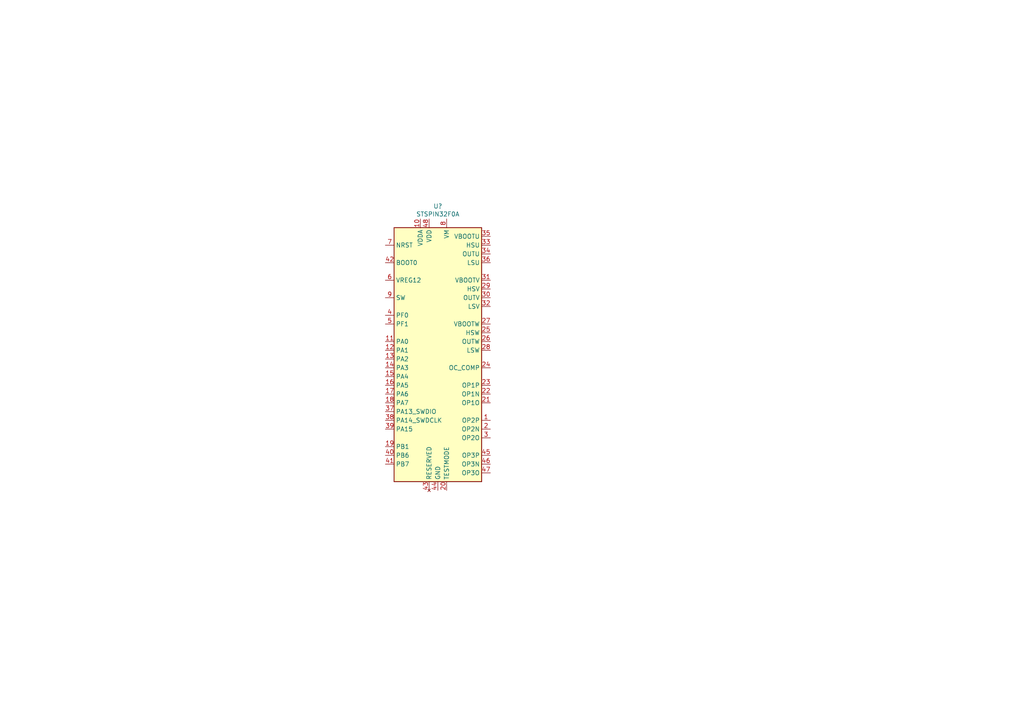
<source format=kicad_sch>
(kicad_sch (version 20210126) (generator eeschema)
  (paper "A4")
  (lib_symbols
    (symbol "User:STSPIN32F0A"
      (property "Reference" "U" (at -12.7 36.83 0))
      (property "Value" "STSPIN32F0A" (at 7.62 36.83 0))
      (symbol "STSPIN32F0A_0_0"
        (pin power_in line (at 0 -40.64 90) (length 2.54) hide (name "EPAD") (number "0"))
      )
      (symbol "STSPIN32F0A_0_1"
        (rectangle (start -12.7 35.56) (end 12.7 -38.1) (stroke (width 0.254)) (fill (type background)))
      )
      (symbol "STSPIN32F0A_1_1"
        (pin input line (at 15.24 -20.32 180) (length 2.54) (name "OP2P") (number "1"))
        (pin power_in line (at -5.08 38.1 270) (length 2.54) (name "VDDA") (number "10"))
        (pin bidirectional line (at -15.24 2.54 0) (length 2.54) (name "PA0") (number "11"))
        (pin bidirectional line (at -15.24 0 0) (length 2.54) (name "PA1") (number "12"))
        (pin bidirectional line (at -15.24 -2.54 0) (length 2.54) (name "PA2") (number "13"))
        (pin bidirectional line (at -15.24 -5.08 0) (length 2.54) (name "PA3") (number "14"))
        (pin bidirectional line (at -15.24 -7.62 0) (length 2.54) (name "PA4") (number "15"))
        (pin bidirectional line (at -15.24 -10.16 0) (length 2.54) (name "PA5") (number "16"))
        (pin bidirectional line (at -15.24 -12.7 0) (length 2.54) (name "PA6") (number "17"))
        (pin bidirectional line (at -15.24 -15.24 0) (length 2.54) (name "PA7") (number "18"))
        (pin bidirectional line (at -15.24 -27.94 0) (length 2.54) (name "PB1") (number "19"))
        (pin input line (at 15.24 -22.86 180) (length 2.54) (name "OP2N") (number "2"))
        (pin input line (at 2.54 -40.64 90) (length 2.54) (name "TESTMODE") (number "20"))
        (pin output line (at 15.24 -15.24 180) (length 2.54) (name "OP1O") (number "21"))
        (pin input line (at 15.24 -12.7 180) (length 2.54) (name "OP1N") (number "22"))
        (pin input line (at 15.24 -10.16 180) (length 2.54) (name "OP1P") (number "23"))
        (pin input line (at 15.24 -5.08 180) (length 2.54) (name "OC_COMP") (number "24"))
        (pin output line (at 15.24 5.08 180) (length 2.54) (name "HSW") (number "25"))
        (pin power_in line (at 15.24 2.54 180) (length 2.54) (name "OUTW") (number "26"))
        (pin power_in line (at 15.24 7.62 180) (length 2.54) (name "VBOOTW") (number "27"))
        (pin output line (at 15.24 0 180) (length 2.54) (name "LSW") (number "28"))
        (pin output line (at 15.24 17.78 180) (length 2.54) (name "HSV") (number "29"))
        (pin output line (at 15.24 -25.4 180) (length 2.54) (name "OP2O") (number "3"))
        (pin power_in line (at 15.24 15.24 180) (length 2.54) (name "OUTV") (number "30"))
        (pin power_in line (at 15.24 20.32 180) (length 2.54) (name "VBOOTV") (number "31"))
        (pin output line (at 15.24 12.7 180) (length 2.54) (name "LSV") (number "32"))
        (pin output line (at 15.24 30.48 180) (length 2.54) (name "HSU") (number "33"))
        (pin power_in line (at 15.24 27.94 180) (length 2.54) (name "OUTU") (number "34"))
        (pin power_in line (at 15.24 33.02 180) (length 2.54) (name "VBOOTU") (number "35"))
        (pin output line (at 15.24 25.4 180) (length 2.54) (name "LSU") (number "36"))
        (pin bidirectional line (at -15.24 -17.78 0) (length 2.54) (name "PA13_SWDIO") (number "37"))
        (pin bidirectional line (at -15.24 -20.32 0) (length 2.54) (name "PA14_SWDCLK") (number "38"))
        (pin bidirectional line (at -15.24 -22.86 0) (length 2.54) (name "PA15") (number "39"))
        (pin bidirectional line (at -15.24 10.16 0) (length 2.54) (name "PF0") (number "4"))
        (pin bidirectional line (at -15.24 -30.48 0) (length 2.54) (name "PB6") (number "40"))
        (pin bidirectional line (at -15.24 -33.02 0) (length 2.54) (name "PB7") (number "41"))
        (pin input line (at -15.24 25.4 0) (length 2.54) (name "BOOT0") (number "42"))
        (pin no_connect line (at -2.54 -40.64 90) (length 2.54) (name "RESERVED") (number "43"))
        (pin power_in line (at 0 -40.64 90) (length 2.54) (name "GND") (number "44"))
        (pin input line (at 15.24 -30.48 180) (length 2.54) (name "OP3P") (number "45"))
        (pin input line (at 15.24 -33.02 180) (length 2.54) (name "OP3N") (number "46"))
        (pin output line (at 15.24 -35.56 180) (length 2.54) (name "OP3O") (number "47"))
        (pin power_in line (at -2.54 38.1 270) (length 2.54) (name "VDD") (number "48"))
        (pin bidirectional line (at -15.24 7.62 0) (length 2.54) (name "PF1") (number "5"))
        (pin power_out line (at -15.24 20.32 0) (length 2.54) (name "VREG12") (number "6"))
        (pin bidirectional line (at -15.24 30.48 0) (length 2.54) (name "NRST") (number "7"))
        (pin power_in line (at 2.54 38.1 270) (length 2.54) (name "VM") (number "8"))
        (pin output line (at -15.24 15.24 0) (length 2.54) (name "SW") (number "9"))
      )
    )
  )
  (symbol (lib_id "User:STSPIN32F0A") (at 127 101.6 0) (unit 1)
    (property "Reference" "U?" (at 127 59.8128 0))
    (property "Value" "STSPIN32F0A" (at 127 62.1115 0))
    (property "Datasheet" "https://www.st.com/resource/en/datasheet/stspin32f0a.pdf" (effects hide))
  )
)
</source>
